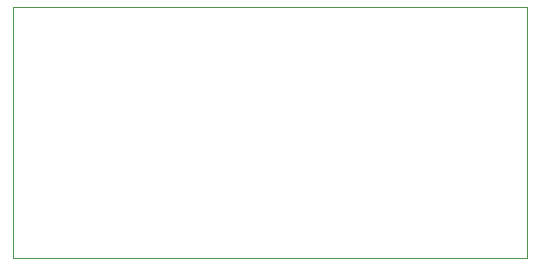
<source format=gbr>
%TF.GenerationSoftware,KiCad,Pcbnew,9.0.4*%
%TF.CreationDate,2025-08-21T12:34:08-03:00*%
%TF.ProjectId,EMI_SS_Supply_Electgpl,454d495f-5353-45f5-9375-70706c795f45,rev?*%
%TF.SameCoordinates,Original*%
%TF.FileFunction,Profile,NP*%
%FSLAX46Y46*%
G04 Gerber Fmt 4.6, Leading zero omitted, Abs format (unit mm)*
G04 Created by KiCad (PCBNEW 9.0.4) date 2025-08-21 12:34:08*
%MOMM*%
%LPD*%
G01*
G04 APERTURE LIST*
%TA.AperFunction,Profile*%
%ADD10C,0.050000*%
%TD*%
G04 APERTURE END LIST*
D10*
X100000000Y-80000000D02*
X143500000Y-80000000D01*
X143500000Y-101300000D01*
X100000000Y-101300000D01*
X100000000Y-80000000D01*
M02*

</source>
